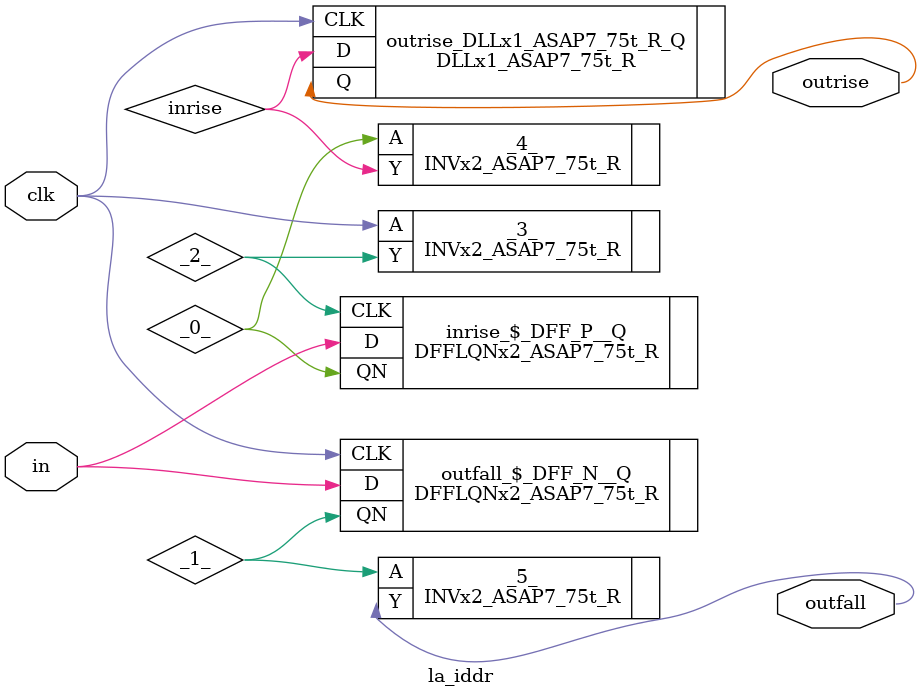
<source format=v>
/* Generated by Yosys 0.37 (git sha1 a5c7f69ed, clang 14.0.0-1ubuntu1.1 -fPIC -Os) */

module la_iddr(clk, in, outrise, outfall);
  wire _0_;
  wire _1_;
  wire _2_;
  input clk;
  wire clk;
  input in;
  wire in;
  wire inrise;
  output outfall;
  wire outfall;
  output outrise;
  wire outrise;
  INVx2_ASAP7_75t_R _3_ (
    .A(clk),
    .Y(_2_)
  );
  INVx2_ASAP7_75t_R _4_ (
    .A(_0_),
    .Y(inrise)
  );
  INVx2_ASAP7_75t_R _5_ (
    .A(_1_),
    .Y(outfall)
  );
  DFFLQNx2_ASAP7_75t_R \inrise_$_DFF_P__Q  (
    .CLK(_2_),
    .D(in),
    .QN(_0_)
  );
  DFFLQNx2_ASAP7_75t_R \outfall_$_DFF_N__Q  (
    .CLK(clk),
    .D(in),
    .QN(_1_)
  );
  DLLx1_ASAP7_75t_R outrise_DLLx1_ASAP7_75t_R_Q (
    .CLK(clk),
    .D(inrise),
    .Q(outrise)
  );
endmodule

</source>
